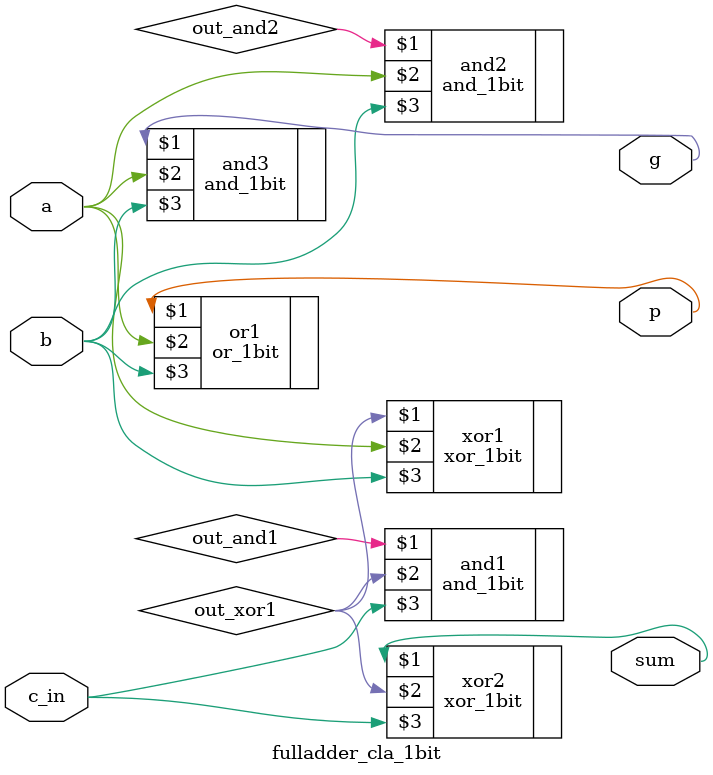
<source format=v>
module fulladder_cla_1bit (output sum, p, g, input a, b, c_in);


	xor_1bit xor1 (out_xor1, a, b);
	xor_1bit xor2 (sum, out_xor1, c_in);
	and_1bit and1 (out_and1, out_xor1, c_in);
	and_1bit and2 (out_and2, a, b);
	
	or_1bit or1 (p, a, b);
	and_1bit and3 (g, a, b);
	
	


endmodule
</source>
